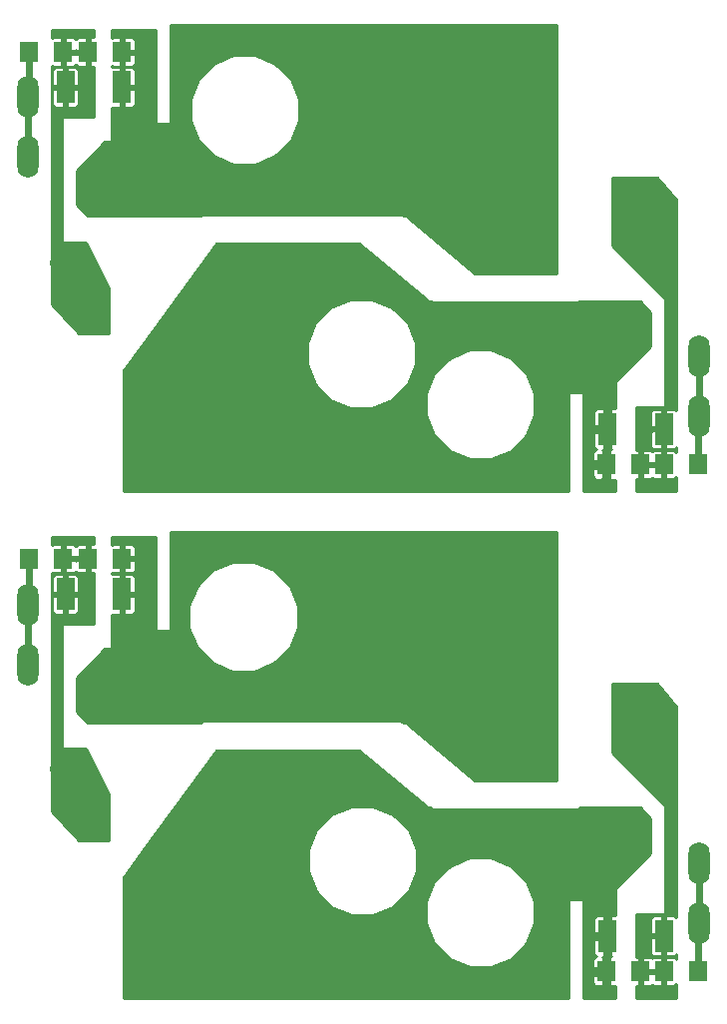
<source format=gbr>
G04 #@! TF.GenerationSoftware,KiCad,Pcbnew,(5.0.0)*
G04 #@! TF.CreationDate,2018-11-19T08:21:14+02:00*
G04 #@! TF.ProjectId,tp_x2,74705F78322E6B696361645F70636200,3*
G04 #@! TF.SameCoordinates,Original*
G04 #@! TF.FileFunction,Copper,L1,Top,Signal*
G04 #@! TF.FilePolarity,Positive*
%FSLAX46Y46*%
G04 Gerber Fmt 4.6, Leading zero omitted, Abs format (unit mm)*
G04 Created by KiCad (PCBNEW (5.0.0)) date 11/19/18 08:21:14*
%MOMM*%
%LPD*%
G01*
G04 APERTURE LIST*
G04 #@! TA.AperFunction,ComponentPad*
%ADD10O,3.600000X1.800000*%
G04 #@! TD*
G04 #@! TA.AperFunction,ComponentPad*
%ADD11C,2.800000*%
G04 #@! TD*
G04 #@! TA.AperFunction,Conductor*
%ADD12C,2.800000*%
G04 #@! TD*
G04 #@! TA.AperFunction,ComponentPad*
%ADD13O,1.800000X3.600000*%
G04 #@! TD*
G04 #@! TA.AperFunction,SMDPad,CuDef*
%ADD14R,1.500000X2.700000*%
G04 #@! TD*
G04 #@! TA.AperFunction,SMDPad,CuDef*
%ADD15R,1.500000X1.700000*%
G04 #@! TD*
G04 #@! TA.AperFunction,ComponentPad*
%ADD16C,2.499360*%
G04 #@! TD*
G04 #@! TA.AperFunction,ViaPad*
%ADD17C,2.200000*%
G04 #@! TD*
G04 #@! TA.AperFunction,Conductor*
%ADD18C,0.600000*%
G04 #@! TD*
G04 #@! TA.AperFunction,Conductor*
%ADD19C,0.254000*%
G04 #@! TD*
G04 APERTURE END LIST*
D10*
G04 #@! TO.P,X3,1*
G04 #@! TO.N,/LD1*
X109920000Y-127000000D03*
X115000000Y-127000000D03*
G04 #@! TD*
D11*
G04 #@! TO.P,V1.2,2*
G04 #@! TO.N,Net-(D4-Pad1)*
X134430862Y-106693548D03*
D12*
G04 #@! TD*
G04 #@! TO.N,Net-(D4-Pad1)*
G04 #@! TO.C,V1.2*
X135447704Y-108977412D02*
X133414020Y-104409684D01*
D11*
G04 #@! TO.P,V1.2,1*
G04 #@! TO.N,/PH1*
X123216375Y-105968774D03*
D12*
G04 #@! TD*
G04 #@! TO.N,/PH1*
G04 #@! TO.C,V1.2*
X124850292Y-103452762D02*
X121582458Y-108484786D01*
D11*
G04 #@! TO.P,V1.2,3*
G04 #@! TO.N,/LD1*
X129684811Y-115654296D03*
D12*
G04 #@! TD*
G04 #@! TO.N,/LD1*
G04 #@! TO.C,V1.2*
X132639234Y-115133351D02*
X126730388Y-116175241D01*
D11*
G04 #@! TO.P,V2.1,2*
G04 #@! TO.N,Net-(D1-Pad1)*
X86269138Y-69106452D03*
D12*
G04 #@! TD*
G04 #@! TO.N,Net-(D1-Pad1)*
G04 #@! TO.C,V2.1*
X85252296Y-66822588D02*
X87285980Y-71390316D01*
D11*
G04 #@! TO.P,V2.1,1*
G04 #@! TO.N,/LD3*
X97483625Y-69831226D03*
D12*
G04 #@! TD*
G04 #@! TO.N,/LD3*
G04 #@! TO.C,V2.1*
X95849708Y-72347238D02*
X99117542Y-67315214D01*
D11*
G04 #@! TO.P,V2.1,3*
G04 #@! TO.N,/PH3*
X91015189Y-60145704D03*
D12*
G04 #@! TD*
G04 #@! TO.N,/PH3*
G04 #@! TO.C,V2.1*
X88060766Y-60666649D02*
X93969612Y-59624759D01*
D11*
G04 #@! TO.P,V1.1,2*
G04 #@! TO.N,Net-(D3-Pad1)*
X86269138Y-112106452D03*
D12*
G04 #@! TD*
G04 #@! TO.N,Net-(D3-Pad1)*
G04 #@! TO.C,V1.1*
X85252296Y-109822588D02*
X87285980Y-114390316D01*
D11*
G04 #@! TO.P,V1.1,1*
G04 #@! TO.N,/LD1*
X97483625Y-112831226D03*
D12*
G04 #@! TD*
G04 #@! TO.N,/LD1*
G04 #@! TO.C,V1.1*
X95849708Y-115347238D02*
X99117542Y-110315214D01*
D11*
G04 #@! TO.P,V1.1,3*
G04 #@! TO.N,/PH1*
X91015189Y-103145704D03*
D12*
G04 #@! TD*
G04 #@! TO.N,/PH1*
G04 #@! TO.C,V1.1*
X88060766Y-103666649D02*
X93969612Y-102624759D01*
D11*
G04 #@! TO.P,V2.2,2*
G04 #@! TO.N,Net-(D2-Pad1)*
X134430862Y-63693548D03*
D12*
G04 #@! TD*
G04 #@! TO.N,Net-(D2-Pad1)*
G04 #@! TO.C,V2.2*
X135447704Y-65977412D02*
X133414020Y-61409684D01*
D11*
G04 #@! TO.P,V2.2,1*
G04 #@! TO.N,/PH3*
X123216375Y-62968774D03*
D12*
G04 #@! TD*
G04 #@! TO.N,/PH3*
G04 #@! TO.C,V2.2*
X124850292Y-60452762D02*
X121582458Y-65484786D01*
D11*
G04 #@! TO.P,V2.2,3*
G04 #@! TO.N,/LD3*
X129684811Y-72654296D03*
D12*
G04 #@! TD*
G04 #@! TO.N,/LD3*
G04 #@! TO.C,V2.2*
X132639234Y-72133351D02*
X126730388Y-73175241D01*
D13*
G04 #@! TO.P,X14,1*
G04 #@! TO.N,/CTRL3B*
X139000000Y-74860000D03*
X139000000Y-79940000D03*
G04 #@! TD*
G04 #@! TO.P,X17,1*
G04 #@! TO.N,/CTRL3A*
X82000000Y-52800000D03*
X82000000Y-57880000D03*
G04 #@! TD*
D10*
G04 #@! TO.P,X26,1*
G04 #@! TO.N,/PH3*
X110000000Y-59800000D03*
X104920000Y-59800000D03*
G04 #@! TD*
D14*
G04 #@! TO.P,D4,1*
G04 #@! TO.N,Net-(D4-Pad1)*
X136000000Y-124000000D03*
G04 #@! TO.P,D4,2*
G04 #@! TO.N,/LD1*
X131200000Y-124000000D03*
G04 #@! TD*
G04 #@! TO.P,D2,2*
G04 #@! TO.N,/LD3*
X131200000Y-81000000D03*
G04 #@! TO.P,D2,1*
G04 #@! TO.N,Net-(D2-Pad1)*
X136000000Y-81000000D03*
G04 #@! TD*
D13*
G04 #@! TO.P,X7,1*
G04 #@! TO.N,/CTRL1B*
X139000000Y-122940000D03*
X139000000Y-117860000D03*
G04 #@! TD*
D10*
G04 #@! TO.P,X12,1*
G04 #@! TO.N,/PH1*
X110000000Y-102800000D03*
X104920000Y-102800000D03*
G04 #@! TD*
D14*
G04 #@! TO.P,D3,2*
G04 #@! TO.N,/PH1*
X90000000Y-95000000D03*
G04 #@! TO.P,D3,1*
G04 #@! TO.N,Net-(D3-Pad1)*
X85200000Y-95000000D03*
G04 #@! TD*
D15*
G04 #@! TO.P,R6,1*
G04 #@! TO.N,/LD1*
X131100000Y-127000000D03*
G04 #@! TO.P,R6,2*
G04 #@! TO.N,Net-(D4-Pad1)*
X134000000Y-127000000D03*
G04 #@! TD*
G04 #@! TO.P,R8,1*
G04 #@! TO.N,/CTRL1B*
X138900000Y-127000000D03*
G04 #@! TO.P,R8,2*
G04 #@! TO.N,Net-(D4-Pad1)*
X136000000Y-127000000D03*
G04 #@! TD*
G04 #@! TO.P,R7,2*
G04 #@! TO.N,Net-(D3-Pad1)*
X85000000Y-92000000D03*
G04 #@! TO.P,R7,1*
G04 #@! TO.N,/CTRL1A*
X82100000Y-92000000D03*
G04 #@! TD*
G04 #@! TO.P,R9,2*
G04 #@! TO.N,Net-(D3-Pad1)*
X87100000Y-92000000D03*
G04 #@! TO.P,R9,1*
G04 #@! TO.N,/PH1*
X90000000Y-92000000D03*
G04 #@! TD*
D14*
G04 #@! TO.P,D1,1*
G04 #@! TO.N,Net-(D1-Pad1)*
X85200000Y-52000000D03*
G04 #@! TO.P,D1,2*
G04 #@! TO.N,/PH3*
X90000000Y-52000000D03*
G04 #@! TD*
D15*
G04 #@! TO.P,R4,1*
G04 #@! TO.N,/PH3*
X90000000Y-49000000D03*
G04 #@! TO.P,R4,2*
G04 #@! TO.N,Net-(D1-Pad1)*
X87100000Y-49000000D03*
G04 #@! TD*
G04 #@! TO.P,R3,2*
G04 #@! TO.N,Net-(D2-Pad1)*
X136000000Y-84000000D03*
G04 #@! TO.P,R3,1*
G04 #@! TO.N,/CTRL3B*
X138900000Y-84000000D03*
G04 #@! TD*
G04 #@! TO.P,R2,1*
G04 #@! TO.N,/CTRL3A*
X82100000Y-49000000D03*
G04 #@! TO.P,R2,2*
G04 #@! TO.N,Net-(D1-Pad1)*
X85000000Y-49000000D03*
G04 #@! TD*
G04 #@! TO.P,R1,2*
G04 #@! TO.N,Net-(D2-Pad1)*
X134000000Y-84000000D03*
G04 #@! TO.P,R1,1*
G04 #@! TO.N,/LD3*
X131100000Y-84000000D03*
G04 #@! TD*
D13*
G04 #@! TO.P,X9,1*
G04 #@! TO.N,/CTRL1A*
X82000000Y-95920000D03*
X82000000Y-101000000D03*
G04 #@! TD*
D10*
G04 #@! TO.P,X6,1*
G04 #@! TO.N,/LD3*
X115040000Y-84000000D03*
X109960000Y-84000000D03*
G04 #@! TD*
D11*
G04 #@! TO.P,X1,1*
G04 #@! TO.N,/LD1*
X103000000Y-127100000D03*
X98000000Y-127100000D03*
X93000000Y-127100000D03*
X103000000Y-120000000D03*
X98000000Y-120000000D03*
X93000000Y-120000000D03*
G04 #@! TD*
G04 #@! TO.P,X2,1*
G04 #@! TO.N,/PH1*
X114000000Y-91900000D03*
X119000000Y-91900000D03*
X124000000Y-91900000D03*
X114000000Y-99000000D03*
X119000000Y-99000000D03*
X124000000Y-99000000D03*
G04 #@! TD*
G04 #@! TO.P,X4,1*
G04 #@! TO.N,/LD3*
X103100000Y-83800000D03*
X98100000Y-83800000D03*
X93100000Y-83800000D03*
X103100000Y-76700000D03*
X98100000Y-76700000D03*
X93100000Y-76700000D03*
G04 #@! TD*
G04 #@! TO.P,X5,1*
G04 #@! TO.N,/PH3*
X114000000Y-48900000D03*
X119000000Y-48900000D03*
X124000000Y-48900000D03*
X114000000Y-56000000D03*
X119000000Y-56000000D03*
X124000000Y-56000000D03*
G04 #@! TD*
D16*
G04 #@! TO.P,H1,1*
G04 #@! TO.N,/LD1*
X111500000Y-111500000D03*
G04 #@! TD*
G04 #@! TO.P,H2,1*
G04 #@! TO.N,/PH1*
X118005382Y-107398781D03*
G04 #@! TD*
G04 #@! TO.P,H3,1*
G04 #@! TO.N,/LD3*
X111500000Y-68500000D03*
G04 #@! TD*
G04 #@! TO.P,H4,1*
G04 #@! TO.N,/PH3*
X118005382Y-64398781D03*
G04 #@! TD*
D17*
G04 #@! TO.N,/LD1*
X100500000Y-116000000D03*
X103000000Y-111500000D03*
X107000000Y-110000000D03*
X117500000Y-115500000D03*
X122500000Y-115500000D03*
X130500000Y-119000000D03*
X125500000Y-127500000D03*
G04 #@! TO.N,/PH1*
X96000000Y-92000000D03*
X105000000Y-92000000D03*
X109500000Y-94500000D03*
X108000000Y-98500000D03*
X91000000Y-100000000D03*
X96500000Y-104500000D03*
X100500000Y-103500000D03*
X116000000Y-104000000D03*
X120500000Y-103000000D03*
G04 #@! TO.N,/LD3*
X100500000Y-72500000D03*
X103000000Y-68500000D03*
X107000000Y-67500000D03*
X117500000Y-72500000D03*
X122500000Y-72500000D03*
X125500000Y-84500000D03*
X130500000Y-76000000D03*
G04 #@! TO.N,/PH3*
X91000000Y-57000000D03*
X96000000Y-49000000D03*
X105000000Y-49000000D03*
X109500000Y-51000000D03*
X108000000Y-55500000D03*
X96500000Y-61500000D03*
X100500000Y-60500000D03*
X120500000Y-59500000D03*
X116000000Y-61000000D03*
G04 #@! TD*
D18*
G04 #@! TO.N,/CTRL1A*
X82000000Y-101000000D02*
X82000000Y-96000000D01*
X82000000Y-96000000D02*
X82100000Y-95900000D01*
X82100000Y-92100000D02*
X82000000Y-92000000D01*
X82100000Y-95900000D02*
X82100000Y-92100000D01*
G04 #@! TO.N,/CTRL1B*
X138900000Y-126900000D02*
X139000000Y-127000000D01*
X139000000Y-123000000D02*
X138900000Y-123100000D01*
X138900000Y-123100000D02*
X138900000Y-126900000D01*
X139000000Y-117920000D02*
X139000000Y-123000000D01*
G04 #@! TO.N,/CTRL3A*
X82100000Y-49100000D02*
X82000000Y-49000000D01*
X82100000Y-52900000D02*
X82100000Y-49100000D01*
X82000000Y-58000000D02*
X82000000Y-53000000D01*
X82000000Y-53000000D02*
X82100000Y-52900000D01*
G04 #@! TO.N,/CTRL3B*
X139000000Y-74920000D02*
X139000000Y-80000000D01*
X138900000Y-83900000D02*
X139000000Y-84000000D01*
X139000000Y-80000000D02*
X138900000Y-80100000D01*
X138900000Y-80100000D02*
X138900000Y-83900000D01*
G04 #@! TD*
D19*
G04 #@! TO.N,/PH3*
G36*
X126873000Y-67765000D02*
X119916380Y-67765000D01*
X114081303Y-62902436D01*
X114037778Y-62878749D01*
X114000000Y-62873000D01*
X113884592Y-62873000D01*
X113786783Y-62807646D01*
X113572388Y-62765000D01*
X113500000Y-62750601D01*
X113427612Y-62765000D01*
X97072388Y-62765000D01*
X97000000Y-62750601D01*
X96927612Y-62765000D01*
X96713217Y-62807646D01*
X96615408Y-62873000D01*
X87052606Y-62873000D01*
X86127000Y-61947394D01*
X86127000Y-59052606D01*
X88552606Y-56627000D01*
X89000000Y-56627000D01*
X89048601Y-56617333D01*
X89089803Y-56589803D01*
X89117333Y-56548601D01*
X89127000Y-56500000D01*
X89127000Y-53711443D01*
X89174214Y-53731000D01*
X89777750Y-53731000D01*
X89873000Y-53635750D01*
X89873000Y-52127000D01*
X90127000Y-52127000D01*
X90127000Y-53635750D01*
X90222250Y-53731000D01*
X90825786Y-53731000D01*
X90965820Y-53672996D01*
X91072996Y-53565819D01*
X91131000Y-53425785D01*
X91131000Y-52222250D01*
X91035750Y-52127000D01*
X90127000Y-52127000D01*
X89873000Y-52127000D01*
X89853000Y-52127000D01*
X89853000Y-51873000D01*
X89873000Y-51873000D01*
X89873000Y-50364250D01*
X90127000Y-50364250D01*
X90127000Y-51873000D01*
X91035750Y-51873000D01*
X91131000Y-51777750D01*
X91131000Y-50574215D01*
X91072996Y-50434181D01*
X90965820Y-50327004D01*
X90825786Y-50269000D01*
X90222250Y-50269000D01*
X90127000Y-50364250D01*
X89873000Y-50364250D01*
X89777750Y-50269000D01*
X89174214Y-50269000D01*
X89127000Y-50288557D01*
X89127000Y-50211443D01*
X89174214Y-50231000D01*
X89777750Y-50231000D01*
X89873000Y-50135750D01*
X89873000Y-49127000D01*
X90127000Y-49127000D01*
X90127000Y-50135750D01*
X90222250Y-50231000D01*
X90825786Y-50231000D01*
X90965820Y-50172996D01*
X91072996Y-50065819D01*
X91131000Y-49925785D01*
X91131000Y-49222250D01*
X91035750Y-49127000D01*
X90127000Y-49127000D01*
X89873000Y-49127000D01*
X89853000Y-49127000D01*
X89853000Y-48873000D01*
X89873000Y-48873000D01*
X89873000Y-47864250D01*
X90127000Y-47864250D01*
X90127000Y-48873000D01*
X91035750Y-48873000D01*
X91131000Y-48777750D01*
X91131000Y-48074215D01*
X91072996Y-47934181D01*
X90965820Y-47827004D01*
X90825786Y-47769000D01*
X90222250Y-47769000D01*
X90127000Y-47864250D01*
X89873000Y-47864250D01*
X89777750Y-47769000D01*
X89174214Y-47769000D01*
X89127000Y-47788557D01*
X89127000Y-47127000D01*
X92873000Y-47127000D01*
X92873000Y-55000000D01*
X92882667Y-55048601D01*
X92910197Y-55089803D01*
X92951399Y-55117333D01*
X93000000Y-55127000D01*
X94000000Y-55127000D01*
X94048601Y-55117333D01*
X94089803Y-55089803D01*
X94117333Y-55048601D01*
X94127000Y-55000000D01*
X94127000Y-52978041D01*
X95765000Y-52978041D01*
X95765000Y-54821959D01*
X96470637Y-56525517D01*
X97774483Y-57829363D01*
X99478041Y-58535000D01*
X101321959Y-58535000D01*
X103025517Y-57829363D01*
X104329363Y-56525517D01*
X105035000Y-54821959D01*
X105035000Y-52978041D01*
X104329363Y-51274483D01*
X103025517Y-49970637D01*
X101321959Y-49265000D01*
X99478041Y-49265000D01*
X97774483Y-49970637D01*
X96470637Y-51274483D01*
X95765000Y-52978041D01*
X94127000Y-52978041D01*
X94127000Y-46735000D01*
X126873000Y-46735000D01*
X126873000Y-67765000D01*
X126873000Y-67765000D01*
G37*
X126873000Y-67765000D02*
X119916380Y-67765000D01*
X114081303Y-62902436D01*
X114037778Y-62878749D01*
X114000000Y-62873000D01*
X113884592Y-62873000D01*
X113786783Y-62807646D01*
X113572388Y-62765000D01*
X113500000Y-62750601D01*
X113427612Y-62765000D01*
X97072388Y-62765000D01*
X97000000Y-62750601D01*
X96927612Y-62765000D01*
X96713217Y-62807646D01*
X96615408Y-62873000D01*
X87052606Y-62873000D01*
X86127000Y-61947394D01*
X86127000Y-59052606D01*
X88552606Y-56627000D01*
X89000000Y-56627000D01*
X89048601Y-56617333D01*
X89089803Y-56589803D01*
X89117333Y-56548601D01*
X89127000Y-56500000D01*
X89127000Y-53711443D01*
X89174214Y-53731000D01*
X89777750Y-53731000D01*
X89873000Y-53635750D01*
X89873000Y-52127000D01*
X90127000Y-52127000D01*
X90127000Y-53635750D01*
X90222250Y-53731000D01*
X90825786Y-53731000D01*
X90965820Y-53672996D01*
X91072996Y-53565819D01*
X91131000Y-53425785D01*
X91131000Y-52222250D01*
X91035750Y-52127000D01*
X90127000Y-52127000D01*
X89873000Y-52127000D01*
X89853000Y-52127000D01*
X89853000Y-51873000D01*
X89873000Y-51873000D01*
X89873000Y-50364250D01*
X90127000Y-50364250D01*
X90127000Y-51873000D01*
X91035750Y-51873000D01*
X91131000Y-51777750D01*
X91131000Y-50574215D01*
X91072996Y-50434181D01*
X90965820Y-50327004D01*
X90825786Y-50269000D01*
X90222250Y-50269000D01*
X90127000Y-50364250D01*
X89873000Y-50364250D01*
X89777750Y-50269000D01*
X89174214Y-50269000D01*
X89127000Y-50288557D01*
X89127000Y-50211443D01*
X89174214Y-50231000D01*
X89777750Y-50231000D01*
X89873000Y-50135750D01*
X89873000Y-49127000D01*
X90127000Y-49127000D01*
X90127000Y-50135750D01*
X90222250Y-50231000D01*
X90825786Y-50231000D01*
X90965820Y-50172996D01*
X91072996Y-50065819D01*
X91131000Y-49925785D01*
X91131000Y-49222250D01*
X91035750Y-49127000D01*
X90127000Y-49127000D01*
X89873000Y-49127000D01*
X89853000Y-49127000D01*
X89853000Y-48873000D01*
X89873000Y-48873000D01*
X89873000Y-47864250D01*
X90127000Y-47864250D01*
X90127000Y-48873000D01*
X91035750Y-48873000D01*
X91131000Y-48777750D01*
X91131000Y-48074215D01*
X91072996Y-47934181D01*
X90965820Y-47827004D01*
X90825786Y-47769000D01*
X90222250Y-47769000D01*
X90127000Y-47864250D01*
X89873000Y-47864250D01*
X89777750Y-47769000D01*
X89174214Y-47769000D01*
X89127000Y-47788557D01*
X89127000Y-47127000D01*
X92873000Y-47127000D01*
X92873000Y-55000000D01*
X92882667Y-55048601D01*
X92910197Y-55089803D01*
X92951399Y-55117333D01*
X93000000Y-55127000D01*
X94000000Y-55127000D01*
X94048601Y-55117333D01*
X94089803Y-55089803D01*
X94117333Y-55048601D01*
X94127000Y-55000000D01*
X94127000Y-52978041D01*
X95765000Y-52978041D01*
X95765000Y-54821959D01*
X96470637Y-56525517D01*
X97774483Y-57829363D01*
X99478041Y-58535000D01*
X101321959Y-58535000D01*
X103025517Y-57829363D01*
X104329363Y-56525517D01*
X105035000Y-54821959D01*
X105035000Y-52978041D01*
X104329363Y-51274483D01*
X103025517Y-49970637D01*
X101321959Y-49265000D01*
X99478041Y-49265000D01*
X97774483Y-49970637D01*
X96470637Y-51274483D01*
X95765000Y-52978041D01*
X94127000Y-52978041D01*
X94127000Y-46735000D01*
X126873000Y-46735000D01*
X126873000Y-67765000D01*
G04 #@! TO.N,/LD3*
G36*
X115918697Y-70097564D02*
X115962222Y-70121251D01*
X116000000Y-70127000D01*
X116115408Y-70127000D01*
X116213217Y-70192354D01*
X116500000Y-70249399D01*
X116572388Y-70235000D01*
X128427612Y-70235000D01*
X128500000Y-70249399D01*
X128572388Y-70235000D01*
X128786783Y-70192354D01*
X128884592Y-70127000D01*
X133947394Y-70127000D01*
X134873000Y-71052606D01*
X134873000Y-73947394D01*
X131910197Y-76910197D01*
X131882667Y-76951399D01*
X131873000Y-77000000D01*
X131873000Y-79223000D01*
X131579750Y-79223000D01*
X131473000Y-79329750D01*
X131473000Y-80727000D01*
X131493000Y-80727000D01*
X131493000Y-81273000D01*
X131473000Y-81273000D01*
X131473000Y-82670250D01*
X131525750Y-82723000D01*
X131479750Y-82723000D01*
X131373000Y-82829750D01*
X131373000Y-83727000D01*
X131393000Y-83727000D01*
X131393000Y-84273000D01*
X131373000Y-84273000D01*
X131373000Y-85170250D01*
X131479750Y-85277000D01*
X131873000Y-85277000D01*
X131873000Y-86265000D01*
X129127000Y-86265000D01*
X129127000Y-84379750D01*
X129923000Y-84379750D01*
X129923000Y-84934936D01*
X129988007Y-85091876D01*
X130108124Y-85211993D01*
X130265065Y-85277000D01*
X130720250Y-85277000D01*
X130827000Y-85170250D01*
X130827000Y-84273000D01*
X130029750Y-84273000D01*
X129923000Y-84379750D01*
X129127000Y-84379750D01*
X129127000Y-83065064D01*
X129923000Y-83065064D01*
X129923000Y-83620250D01*
X130029750Y-83727000D01*
X130827000Y-83727000D01*
X130827000Y-82829750D01*
X130774250Y-82777000D01*
X130820250Y-82777000D01*
X130927000Y-82670250D01*
X130927000Y-81273000D01*
X130129750Y-81273000D01*
X130023000Y-81379750D01*
X130023000Y-82434936D01*
X130088007Y-82591876D01*
X130208124Y-82711993D01*
X130249881Y-82729289D01*
X130108124Y-82788007D01*
X129988007Y-82908124D01*
X129923000Y-83065064D01*
X129127000Y-83065064D01*
X129127000Y-79565064D01*
X130023000Y-79565064D01*
X130023000Y-80620250D01*
X130129750Y-80727000D01*
X130927000Y-80727000D01*
X130927000Y-79329750D01*
X130820250Y-79223000D01*
X130365065Y-79223000D01*
X130208124Y-79288007D01*
X130088007Y-79408124D01*
X130023000Y-79565064D01*
X129127000Y-79565064D01*
X129127000Y-78000000D01*
X129117333Y-77951399D01*
X129089803Y-77910197D01*
X129048601Y-77882667D01*
X129000000Y-77873000D01*
X128000000Y-77873000D01*
X127951399Y-77882667D01*
X127910197Y-77910197D01*
X127882667Y-77951399D01*
X127873000Y-78000000D01*
X127873000Y-86265000D01*
X90127000Y-86265000D01*
X90127000Y-76041298D01*
X91845732Y-73678041D01*
X105665000Y-73678041D01*
X105665000Y-75521959D01*
X106370637Y-77225517D01*
X107674483Y-78529363D01*
X109378041Y-79235000D01*
X111221959Y-79235000D01*
X112925517Y-78529363D01*
X113476839Y-77978041D01*
X115765000Y-77978041D01*
X115765000Y-79821959D01*
X116470637Y-81525517D01*
X117774483Y-82829363D01*
X119478041Y-83535000D01*
X121321959Y-83535000D01*
X123025517Y-82829363D01*
X124329363Y-81525517D01*
X125035000Y-79821959D01*
X125035000Y-77978041D01*
X124329363Y-76274483D01*
X123025517Y-74970637D01*
X121321959Y-74265000D01*
X119478041Y-74265000D01*
X117774483Y-74970637D01*
X116470637Y-76274483D01*
X115765000Y-77978041D01*
X113476839Y-77978041D01*
X114229363Y-77225517D01*
X114935000Y-75521959D01*
X114935000Y-73678041D01*
X114229363Y-71974483D01*
X112925517Y-70670637D01*
X111221959Y-69965000D01*
X109378041Y-69965000D01*
X107674483Y-70670637D01*
X106370637Y-71974483D01*
X105665000Y-73678041D01*
X91845732Y-73678041D01*
X97986126Y-65235000D01*
X110083620Y-65235000D01*
X115918697Y-70097564D01*
X115918697Y-70097564D01*
G37*
X115918697Y-70097564D02*
X115962222Y-70121251D01*
X116000000Y-70127000D01*
X116115408Y-70127000D01*
X116213217Y-70192354D01*
X116500000Y-70249399D01*
X116572388Y-70235000D01*
X128427612Y-70235000D01*
X128500000Y-70249399D01*
X128572388Y-70235000D01*
X128786783Y-70192354D01*
X128884592Y-70127000D01*
X133947394Y-70127000D01*
X134873000Y-71052606D01*
X134873000Y-73947394D01*
X131910197Y-76910197D01*
X131882667Y-76951399D01*
X131873000Y-77000000D01*
X131873000Y-79223000D01*
X131579750Y-79223000D01*
X131473000Y-79329750D01*
X131473000Y-80727000D01*
X131493000Y-80727000D01*
X131493000Y-81273000D01*
X131473000Y-81273000D01*
X131473000Y-82670250D01*
X131525750Y-82723000D01*
X131479750Y-82723000D01*
X131373000Y-82829750D01*
X131373000Y-83727000D01*
X131393000Y-83727000D01*
X131393000Y-84273000D01*
X131373000Y-84273000D01*
X131373000Y-85170250D01*
X131479750Y-85277000D01*
X131873000Y-85277000D01*
X131873000Y-86265000D01*
X129127000Y-86265000D01*
X129127000Y-84379750D01*
X129923000Y-84379750D01*
X129923000Y-84934936D01*
X129988007Y-85091876D01*
X130108124Y-85211993D01*
X130265065Y-85277000D01*
X130720250Y-85277000D01*
X130827000Y-85170250D01*
X130827000Y-84273000D01*
X130029750Y-84273000D01*
X129923000Y-84379750D01*
X129127000Y-84379750D01*
X129127000Y-83065064D01*
X129923000Y-83065064D01*
X129923000Y-83620250D01*
X130029750Y-83727000D01*
X130827000Y-83727000D01*
X130827000Y-82829750D01*
X130774250Y-82777000D01*
X130820250Y-82777000D01*
X130927000Y-82670250D01*
X130927000Y-81273000D01*
X130129750Y-81273000D01*
X130023000Y-81379750D01*
X130023000Y-82434936D01*
X130088007Y-82591876D01*
X130208124Y-82711993D01*
X130249881Y-82729289D01*
X130108124Y-82788007D01*
X129988007Y-82908124D01*
X129923000Y-83065064D01*
X129127000Y-83065064D01*
X129127000Y-79565064D01*
X130023000Y-79565064D01*
X130023000Y-80620250D01*
X130129750Y-80727000D01*
X130927000Y-80727000D01*
X130927000Y-79329750D01*
X130820250Y-79223000D01*
X130365065Y-79223000D01*
X130208124Y-79288007D01*
X130088007Y-79408124D01*
X130023000Y-79565064D01*
X129127000Y-79565064D01*
X129127000Y-78000000D01*
X129117333Y-77951399D01*
X129089803Y-77910197D01*
X129048601Y-77882667D01*
X129000000Y-77873000D01*
X128000000Y-77873000D01*
X127951399Y-77882667D01*
X127910197Y-77910197D01*
X127882667Y-77951399D01*
X127873000Y-78000000D01*
X127873000Y-86265000D01*
X90127000Y-86265000D01*
X90127000Y-76041298D01*
X91845732Y-73678041D01*
X105665000Y-73678041D01*
X105665000Y-75521959D01*
X106370637Y-77225517D01*
X107674483Y-78529363D01*
X109378041Y-79235000D01*
X111221959Y-79235000D01*
X112925517Y-78529363D01*
X113476839Y-77978041D01*
X115765000Y-77978041D01*
X115765000Y-79821959D01*
X116470637Y-81525517D01*
X117774483Y-82829363D01*
X119478041Y-83535000D01*
X121321959Y-83535000D01*
X123025517Y-82829363D01*
X124329363Y-81525517D01*
X125035000Y-79821959D01*
X125035000Y-77978041D01*
X124329363Y-76274483D01*
X123025517Y-74970637D01*
X121321959Y-74265000D01*
X119478041Y-74265000D01*
X117774483Y-74970637D01*
X116470637Y-76274483D01*
X115765000Y-77978041D01*
X113476839Y-77978041D01*
X114229363Y-77225517D01*
X114935000Y-75521959D01*
X114935000Y-73678041D01*
X114229363Y-71974483D01*
X112925517Y-70670637D01*
X111221959Y-69965000D01*
X109378041Y-69965000D01*
X107674483Y-70670637D01*
X106370637Y-71974483D01*
X105665000Y-73678041D01*
X91845732Y-73678041D01*
X97986126Y-65235000D01*
X110083620Y-65235000D01*
X115918697Y-70097564D01*
G04 #@! TO.N,Net-(D1-Pad1)*
G36*
X87573000Y-47769000D02*
X87322250Y-47769000D01*
X87227000Y-47864250D01*
X87227000Y-48873000D01*
X87247000Y-48873000D01*
X87247000Y-49127000D01*
X87227000Y-49127000D01*
X87227000Y-50135750D01*
X87322250Y-50231000D01*
X87573000Y-50231000D01*
X87573000Y-54473000D01*
X85000000Y-54473000D01*
X84951399Y-54482667D01*
X84910197Y-54510197D01*
X84882667Y-54551399D01*
X84873000Y-54600000D01*
X84873000Y-65000000D01*
X84882667Y-65048601D01*
X84910197Y-65089803D01*
X84951399Y-65117333D01*
X85000000Y-65127000D01*
X86921510Y-65127000D01*
X88873000Y-69029980D01*
X88873000Y-72873000D01*
X86304921Y-72873000D01*
X84027000Y-70449680D01*
X84027000Y-52222250D01*
X84069000Y-52222250D01*
X84069000Y-53425785D01*
X84127004Y-53565819D01*
X84234180Y-53672996D01*
X84374214Y-53731000D01*
X84977750Y-53731000D01*
X85073000Y-53635750D01*
X85073000Y-52127000D01*
X85327000Y-52127000D01*
X85327000Y-53635750D01*
X85422250Y-53731000D01*
X86025786Y-53731000D01*
X86165820Y-53672996D01*
X86272996Y-53565819D01*
X86331000Y-53425785D01*
X86331000Y-52222250D01*
X86235750Y-52127000D01*
X85327000Y-52127000D01*
X85073000Y-52127000D01*
X84164250Y-52127000D01*
X84069000Y-52222250D01*
X84027000Y-52222250D01*
X84027000Y-50574215D01*
X84069000Y-50574215D01*
X84069000Y-51777750D01*
X84164250Y-51873000D01*
X85073000Y-51873000D01*
X85073000Y-50364250D01*
X85327000Y-50364250D01*
X85327000Y-51873000D01*
X86235750Y-51873000D01*
X86331000Y-51777750D01*
X86331000Y-50574215D01*
X86272996Y-50434181D01*
X86165820Y-50327004D01*
X86025786Y-50269000D01*
X85422250Y-50269000D01*
X85327000Y-50364250D01*
X85073000Y-50364250D01*
X84977750Y-50269000D01*
X84374214Y-50269000D01*
X84234180Y-50327004D01*
X84127004Y-50434181D01*
X84069000Y-50574215D01*
X84027000Y-50574215D01*
X84027000Y-50165816D01*
X84034180Y-50172996D01*
X84174214Y-50231000D01*
X84777750Y-50231000D01*
X84873000Y-50135750D01*
X84873000Y-49127000D01*
X85127000Y-49127000D01*
X85127000Y-50135750D01*
X85222250Y-50231000D01*
X85825786Y-50231000D01*
X85965820Y-50172996D01*
X86050000Y-50088815D01*
X86134180Y-50172996D01*
X86274214Y-50231000D01*
X86877750Y-50231000D01*
X86973000Y-50135750D01*
X86973000Y-49127000D01*
X86064250Y-49127000D01*
X86050000Y-49141250D01*
X86035750Y-49127000D01*
X85127000Y-49127000D01*
X84873000Y-49127000D01*
X84853000Y-49127000D01*
X84853000Y-48873000D01*
X84873000Y-48873000D01*
X84873000Y-47864250D01*
X85127000Y-47864250D01*
X85127000Y-48873000D01*
X86035750Y-48873000D01*
X86050000Y-48858750D01*
X86064250Y-48873000D01*
X86973000Y-48873000D01*
X86973000Y-47864250D01*
X86877750Y-47769000D01*
X86274214Y-47769000D01*
X86134180Y-47827004D01*
X86050000Y-47911185D01*
X85965820Y-47827004D01*
X85825786Y-47769000D01*
X85222250Y-47769000D01*
X85127000Y-47864250D01*
X84873000Y-47864250D01*
X84777750Y-47769000D01*
X84174214Y-47769000D01*
X84034180Y-47827004D01*
X84027000Y-47834184D01*
X84027000Y-47127000D01*
X87573000Y-47127000D01*
X87573000Y-47769000D01*
X87573000Y-47769000D01*
G37*
X87573000Y-47769000D02*
X87322250Y-47769000D01*
X87227000Y-47864250D01*
X87227000Y-48873000D01*
X87247000Y-48873000D01*
X87247000Y-49127000D01*
X87227000Y-49127000D01*
X87227000Y-50135750D01*
X87322250Y-50231000D01*
X87573000Y-50231000D01*
X87573000Y-54473000D01*
X85000000Y-54473000D01*
X84951399Y-54482667D01*
X84910197Y-54510197D01*
X84882667Y-54551399D01*
X84873000Y-54600000D01*
X84873000Y-65000000D01*
X84882667Y-65048601D01*
X84910197Y-65089803D01*
X84951399Y-65117333D01*
X85000000Y-65127000D01*
X86921510Y-65127000D01*
X88873000Y-69029980D01*
X88873000Y-72873000D01*
X86304921Y-72873000D01*
X84027000Y-70449680D01*
X84027000Y-52222250D01*
X84069000Y-52222250D01*
X84069000Y-53425785D01*
X84127004Y-53565819D01*
X84234180Y-53672996D01*
X84374214Y-53731000D01*
X84977750Y-53731000D01*
X85073000Y-53635750D01*
X85073000Y-52127000D01*
X85327000Y-52127000D01*
X85327000Y-53635750D01*
X85422250Y-53731000D01*
X86025786Y-53731000D01*
X86165820Y-53672996D01*
X86272996Y-53565819D01*
X86331000Y-53425785D01*
X86331000Y-52222250D01*
X86235750Y-52127000D01*
X85327000Y-52127000D01*
X85073000Y-52127000D01*
X84164250Y-52127000D01*
X84069000Y-52222250D01*
X84027000Y-52222250D01*
X84027000Y-50574215D01*
X84069000Y-50574215D01*
X84069000Y-51777750D01*
X84164250Y-51873000D01*
X85073000Y-51873000D01*
X85073000Y-50364250D01*
X85327000Y-50364250D01*
X85327000Y-51873000D01*
X86235750Y-51873000D01*
X86331000Y-51777750D01*
X86331000Y-50574215D01*
X86272996Y-50434181D01*
X86165820Y-50327004D01*
X86025786Y-50269000D01*
X85422250Y-50269000D01*
X85327000Y-50364250D01*
X85073000Y-50364250D01*
X84977750Y-50269000D01*
X84374214Y-50269000D01*
X84234180Y-50327004D01*
X84127004Y-50434181D01*
X84069000Y-50574215D01*
X84027000Y-50574215D01*
X84027000Y-50165816D01*
X84034180Y-50172996D01*
X84174214Y-50231000D01*
X84777750Y-50231000D01*
X84873000Y-50135750D01*
X84873000Y-49127000D01*
X85127000Y-49127000D01*
X85127000Y-50135750D01*
X85222250Y-50231000D01*
X85825786Y-50231000D01*
X85965820Y-50172996D01*
X86050000Y-50088815D01*
X86134180Y-50172996D01*
X86274214Y-50231000D01*
X86877750Y-50231000D01*
X86973000Y-50135750D01*
X86973000Y-49127000D01*
X86064250Y-49127000D01*
X86050000Y-49141250D01*
X86035750Y-49127000D01*
X85127000Y-49127000D01*
X84873000Y-49127000D01*
X84853000Y-49127000D01*
X84853000Y-48873000D01*
X84873000Y-48873000D01*
X84873000Y-47864250D01*
X85127000Y-47864250D01*
X85127000Y-48873000D01*
X86035750Y-48873000D01*
X86050000Y-48858750D01*
X86064250Y-48873000D01*
X86973000Y-48873000D01*
X86973000Y-47864250D01*
X86877750Y-47769000D01*
X86274214Y-47769000D01*
X86134180Y-47827004D01*
X86050000Y-47911185D01*
X85965820Y-47827004D01*
X85825786Y-47769000D01*
X85222250Y-47769000D01*
X85127000Y-47864250D01*
X84873000Y-47864250D01*
X84777750Y-47769000D01*
X84174214Y-47769000D01*
X84034180Y-47827004D01*
X84027000Y-47834184D01*
X84027000Y-47127000D01*
X87573000Y-47127000D01*
X87573000Y-47769000D01*
G04 #@! TO.N,Net-(D2-Pad1)*
G36*
X137073000Y-61546682D02*
X137073000Y-79434191D01*
X137072996Y-79434181D01*
X136965820Y-79327004D01*
X136825786Y-79269000D01*
X136222250Y-79269000D01*
X136127000Y-79364250D01*
X136127000Y-80873000D01*
X136147000Y-80873000D01*
X136147000Y-81127000D01*
X136127000Y-81127000D01*
X136127000Y-82635750D01*
X136222250Y-82731000D01*
X136825786Y-82731000D01*
X136965820Y-82672996D01*
X137072996Y-82565819D01*
X137073000Y-82565809D01*
X137073000Y-82934191D01*
X137072996Y-82934181D01*
X136965820Y-82827004D01*
X136825786Y-82769000D01*
X136222250Y-82769000D01*
X136127000Y-82864250D01*
X136127000Y-83873000D01*
X136147000Y-83873000D01*
X136147000Y-84127000D01*
X136127000Y-84127000D01*
X136127000Y-85135750D01*
X136222250Y-85231000D01*
X136825786Y-85231000D01*
X136965820Y-85172996D01*
X137072996Y-85065819D01*
X137073000Y-85065809D01*
X137073000Y-86265000D01*
X133627000Y-86265000D01*
X133627000Y-85231000D01*
X133777750Y-85231000D01*
X133873000Y-85135750D01*
X133873000Y-84127000D01*
X134127000Y-84127000D01*
X134127000Y-85135750D01*
X134222250Y-85231000D01*
X134825786Y-85231000D01*
X134965820Y-85172996D01*
X135000000Y-85138816D01*
X135034180Y-85172996D01*
X135174214Y-85231000D01*
X135777750Y-85231000D01*
X135873000Y-85135750D01*
X135873000Y-84127000D01*
X134127000Y-84127000D01*
X133873000Y-84127000D01*
X133853000Y-84127000D01*
X133853000Y-83873000D01*
X133873000Y-83873000D01*
X133873000Y-82864250D01*
X134127000Y-82864250D01*
X134127000Y-83873000D01*
X135873000Y-83873000D01*
X135873000Y-82864250D01*
X135777750Y-82769000D01*
X135174214Y-82769000D01*
X135034180Y-82827004D01*
X135000000Y-82861184D01*
X134965820Y-82827004D01*
X134825786Y-82769000D01*
X134222250Y-82769000D01*
X134127000Y-82864250D01*
X133873000Y-82864250D01*
X133777750Y-82769000D01*
X133627000Y-82769000D01*
X133627000Y-81222250D01*
X134869000Y-81222250D01*
X134869000Y-82425785D01*
X134927004Y-82565819D01*
X135034180Y-82672996D01*
X135174214Y-82731000D01*
X135777750Y-82731000D01*
X135873000Y-82635750D01*
X135873000Y-81127000D01*
X134964250Y-81127000D01*
X134869000Y-81222250D01*
X133627000Y-81222250D01*
X133627000Y-79574215D01*
X134869000Y-79574215D01*
X134869000Y-80777750D01*
X134964250Y-80873000D01*
X135873000Y-80873000D01*
X135873000Y-79364250D01*
X135777750Y-79269000D01*
X135174214Y-79269000D01*
X135034180Y-79327004D01*
X134927004Y-79434181D01*
X134869000Y-79574215D01*
X133627000Y-79574215D01*
X133627000Y-79127000D01*
X136000000Y-79127000D01*
X136048601Y-79117333D01*
X136089803Y-79089803D01*
X136117333Y-79048601D01*
X136127000Y-79000000D01*
X136127000Y-70000000D01*
X136117333Y-69951399D01*
X136089803Y-69910197D01*
X131627000Y-65447394D01*
X131627000Y-59627000D01*
X135441271Y-59627000D01*
X137073000Y-61546682D01*
X137073000Y-61546682D01*
G37*
X137073000Y-61546682D02*
X137073000Y-79434191D01*
X137072996Y-79434181D01*
X136965820Y-79327004D01*
X136825786Y-79269000D01*
X136222250Y-79269000D01*
X136127000Y-79364250D01*
X136127000Y-80873000D01*
X136147000Y-80873000D01*
X136147000Y-81127000D01*
X136127000Y-81127000D01*
X136127000Y-82635750D01*
X136222250Y-82731000D01*
X136825786Y-82731000D01*
X136965820Y-82672996D01*
X137072996Y-82565819D01*
X137073000Y-82565809D01*
X137073000Y-82934191D01*
X137072996Y-82934181D01*
X136965820Y-82827004D01*
X136825786Y-82769000D01*
X136222250Y-82769000D01*
X136127000Y-82864250D01*
X136127000Y-83873000D01*
X136147000Y-83873000D01*
X136147000Y-84127000D01*
X136127000Y-84127000D01*
X136127000Y-85135750D01*
X136222250Y-85231000D01*
X136825786Y-85231000D01*
X136965820Y-85172996D01*
X137072996Y-85065819D01*
X137073000Y-85065809D01*
X137073000Y-86265000D01*
X133627000Y-86265000D01*
X133627000Y-85231000D01*
X133777750Y-85231000D01*
X133873000Y-85135750D01*
X133873000Y-84127000D01*
X134127000Y-84127000D01*
X134127000Y-85135750D01*
X134222250Y-85231000D01*
X134825786Y-85231000D01*
X134965820Y-85172996D01*
X135000000Y-85138816D01*
X135034180Y-85172996D01*
X135174214Y-85231000D01*
X135777750Y-85231000D01*
X135873000Y-85135750D01*
X135873000Y-84127000D01*
X134127000Y-84127000D01*
X133873000Y-84127000D01*
X133853000Y-84127000D01*
X133853000Y-83873000D01*
X133873000Y-83873000D01*
X133873000Y-82864250D01*
X134127000Y-82864250D01*
X134127000Y-83873000D01*
X135873000Y-83873000D01*
X135873000Y-82864250D01*
X135777750Y-82769000D01*
X135174214Y-82769000D01*
X135034180Y-82827004D01*
X135000000Y-82861184D01*
X134965820Y-82827004D01*
X134825786Y-82769000D01*
X134222250Y-82769000D01*
X134127000Y-82864250D01*
X133873000Y-82864250D01*
X133777750Y-82769000D01*
X133627000Y-82769000D01*
X133627000Y-81222250D01*
X134869000Y-81222250D01*
X134869000Y-82425785D01*
X134927004Y-82565819D01*
X135034180Y-82672996D01*
X135174214Y-82731000D01*
X135777750Y-82731000D01*
X135873000Y-82635750D01*
X135873000Y-81127000D01*
X134964250Y-81127000D01*
X134869000Y-81222250D01*
X133627000Y-81222250D01*
X133627000Y-79574215D01*
X134869000Y-79574215D01*
X134869000Y-80777750D01*
X134964250Y-80873000D01*
X135873000Y-80873000D01*
X135873000Y-79364250D01*
X135777750Y-79269000D01*
X135174214Y-79269000D01*
X135034180Y-79327004D01*
X134927004Y-79434181D01*
X134869000Y-79574215D01*
X133627000Y-79574215D01*
X133627000Y-79127000D01*
X136000000Y-79127000D01*
X136048601Y-79117333D01*
X136089803Y-79089803D01*
X136117333Y-79048601D01*
X136127000Y-79000000D01*
X136127000Y-70000000D01*
X136117333Y-69951399D01*
X136089803Y-69910197D01*
X131627000Y-65447394D01*
X131627000Y-59627000D01*
X135441271Y-59627000D01*
X137073000Y-61546682D01*
G04 #@! TO.N,Net-(D3-Pad1)*
G36*
X87573000Y-90769000D02*
X87322250Y-90769000D01*
X87227000Y-90864250D01*
X87227000Y-91873000D01*
X87247000Y-91873000D01*
X87247000Y-92127000D01*
X87227000Y-92127000D01*
X87227000Y-93135750D01*
X87322250Y-93231000D01*
X87573000Y-93231000D01*
X87573000Y-97473000D01*
X85000000Y-97473000D01*
X84951399Y-97482667D01*
X84910197Y-97510197D01*
X84882667Y-97551399D01*
X84873000Y-97600000D01*
X84873000Y-108000000D01*
X84882667Y-108048601D01*
X84910197Y-108089803D01*
X84951399Y-108117333D01*
X85000000Y-108127000D01*
X86921510Y-108127000D01*
X88873000Y-112029980D01*
X88873000Y-115873000D01*
X86304921Y-115873000D01*
X84027000Y-113449680D01*
X84027000Y-95222250D01*
X84069000Y-95222250D01*
X84069000Y-96425785D01*
X84127004Y-96565819D01*
X84234180Y-96672996D01*
X84374214Y-96731000D01*
X84977750Y-96731000D01*
X85073000Y-96635750D01*
X85073000Y-95127000D01*
X85327000Y-95127000D01*
X85327000Y-96635750D01*
X85422250Y-96731000D01*
X86025786Y-96731000D01*
X86165820Y-96672996D01*
X86272996Y-96565819D01*
X86331000Y-96425785D01*
X86331000Y-95222250D01*
X86235750Y-95127000D01*
X85327000Y-95127000D01*
X85073000Y-95127000D01*
X84164250Y-95127000D01*
X84069000Y-95222250D01*
X84027000Y-95222250D01*
X84027000Y-93574215D01*
X84069000Y-93574215D01*
X84069000Y-94777750D01*
X84164250Y-94873000D01*
X85073000Y-94873000D01*
X85073000Y-93364250D01*
X85327000Y-93364250D01*
X85327000Y-94873000D01*
X86235750Y-94873000D01*
X86331000Y-94777750D01*
X86331000Y-93574215D01*
X86272996Y-93434181D01*
X86165820Y-93327004D01*
X86025786Y-93269000D01*
X85422250Y-93269000D01*
X85327000Y-93364250D01*
X85073000Y-93364250D01*
X84977750Y-93269000D01*
X84374214Y-93269000D01*
X84234180Y-93327004D01*
X84127004Y-93434181D01*
X84069000Y-93574215D01*
X84027000Y-93574215D01*
X84027000Y-93165816D01*
X84034180Y-93172996D01*
X84174214Y-93231000D01*
X84777750Y-93231000D01*
X84873000Y-93135750D01*
X84873000Y-92127000D01*
X85127000Y-92127000D01*
X85127000Y-93135750D01*
X85222250Y-93231000D01*
X85825786Y-93231000D01*
X85965820Y-93172996D01*
X86050000Y-93088815D01*
X86134180Y-93172996D01*
X86274214Y-93231000D01*
X86877750Y-93231000D01*
X86973000Y-93135750D01*
X86973000Y-92127000D01*
X86064250Y-92127000D01*
X86050000Y-92141250D01*
X86035750Y-92127000D01*
X85127000Y-92127000D01*
X84873000Y-92127000D01*
X84853000Y-92127000D01*
X84853000Y-91873000D01*
X84873000Y-91873000D01*
X84873000Y-90864250D01*
X85127000Y-90864250D01*
X85127000Y-91873000D01*
X86035750Y-91873000D01*
X86050000Y-91858750D01*
X86064250Y-91873000D01*
X86973000Y-91873000D01*
X86973000Y-90864250D01*
X86877750Y-90769000D01*
X86274214Y-90769000D01*
X86134180Y-90827004D01*
X86050000Y-90911185D01*
X85965820Y-90827004D01*
X85825786Y-90769000D01*
X85222250Y-90769000D01*
X85127000Y-90864250D01*
X84873000Y-90864250D01*
X84777750Y-90769000D01*
X84174214Y-90769000D01*
X84034180Y-90827004D01*
X84027000Y-90834184D01*
X84027000Y-90127000D01*
X87573000Y-90127000D01*
X87573000Y-90769000D01*
X87573000Y-90769000D01*
G37*
X87573000Y-90769000D02*
X87322250Y-90769000D01*
X87227000Y-90864250D01*
X87227000Y-91873000D01*
X87247000Y-91873000D01*
X87247000Y-92127000D01*
X87227000Y-92127000D01*
X87227000Y-93135750D01*
X87322250Y-93231000D01*
X87573000Y-93231000D01*
X87573000Y-97473000D01*
X85000000Y-97473000D01*
X84951399Y-97482667D01*
X84910197Y-97510197D01*
X84882667Y-97551399D01*
X84873000Y-97600000D01*
X84873000Y-108000000D01*
X84882667Y-108048601D01*
X84910197Y-108089803D01*
X84951399Y-108117333D01*
X85000000Y-108127000D01*
X86921510Y-108127000D01*
X88873000Y-112029980D01*
X88873000Y-115873000D01*
X86304921Y-115873000D01*
X84027000Y-113449680D01*
X84027000Y-95222250D01*
X84069000Y-95222250D01*
X84069000Y-96425785D01*
X84127004Y-96565819D01*
X84234180Y-96672996D01*
X84374214Y-96731000D01*
X84977750Y-96731000D01*
X85073000Y-96635750D01*
X85073000Y-95127000D01*
X85327000Y-95127000D01*
X85327000Y-96635750D01*
X85422250Y-96731000D01*
X86025786Y-96731000D01*
X86165820Y-96672996D01*
X86272996Y-96565819D01*
X86331000Y-96425785D01*
X86331000Y-95222250D01*
X86235750Y-95127000D01*
X85327000Y-95127000D01*
X85073000Y-95127000D01*
X84164250Y-95127000D01*
X84069000Y-95222250D01*
X84027000Y-95222250D01*
X84027000Y-93574215D01*
X84069000Y-93574215D01*
X84069000Y-94777750D01*
X84164250Y-94873000D01*
X85073000Y-94873000D01*
X85073000Y-93364250D01*
X85327000Y-93364250D01*
X85327000Y-94873000D01*
X86235750Y-94873000D01*
X86331000Y-94777750D01*
X86331000Y-93574215D01*
X86272996Y-93434181D01*
X86165820Y-93327004D01*
X86025786Y-93269000D01*
X85422250Y-93269000D01*
X85327000Y-93364250D01*
X85073000Y-93364250D01*
X84977750Y-93269000D01*
X84374214Y-93269000D01*
X84234180Y-93327004D01*
X84127004Y-93434181D01*
X84069000Y-93574215D01*
X84027000Y-93574215D01*
X84027000Y-93165816D01*
X84034180Y-93172996D01*
X84174214Y-93231000D01*
X84777750Y-93231000D01*
X84873000Y-93135750D01*
X84873000Y-92127000D01*
X85127000Y-92127000D01*
X85127000Y-93135750D01*
X85222250Y-93231000D01*
X85825786Y-93231000D01*
X85965820Y-93172996D01*
X86050000Y-93088815D01*
X86134180Y-93172996D01*
X86274214Y-93231000D01*
X86877750Y-93231000D01*
X86973000Y-93135750D01*
X86973000Y-92127000D01*
X86064250Y-92127000D01*
X86050000Y-92141250D01*
X86035750Y-92127000D01*
X85127000Y-92127000D01*
X84873000Y-92127000D01*
X84853000Y-92127000D01*
X84853000Y-91873000D01*
X84873000Y-91873000D01*
X84873000Y-90864250D01*
X85127000Y-90864250D01*
X85127000Y-91873000D01*
X86035750Y-91873000D01*
X86050000Y-91858750D01*
X86064250Y-91873000D01*
X86973000Y-91873000D01*
X86973000Y-90864250D01*
X86877750Y-90769000D01*
X86274214Y-90769000D01*
X86134180Y-90827004D01*
X86050000Y-90911185D01*
X85965820Y-90827004D01*
X85825786Y-90769000D01*
X85222250Y-90769000D01*
X85127000Y-90864250D01*
X84873000Y-90864250D01*
X84777750Y-90769000D01*
X84174214Y-90769000D01*
X84034180Y-90827004D01*
X84027000Y-90834184D01*
X84027000Y-90127000D01*
X87573000Y-90127000D01*
X87573000Y-90769000D01*
G04 #@! TO.N,/PH1*
G36*
X126873000Y-110765000D02*
X119916380Y-110765000D01*
X114081303Y-105902436D01*
X114037778Y-105878749D01*
X114000000Y-105873000D01*
X113884592Y-105873000D01*
X113786783Y-105807646D01*
X113572388Y-105765000D01*
X113500000Y-105750601D01*
X113427612Y-105765000D01*
X97072388Y-105765000D01*
X97000000Y-105750601D01*
X96927612Y-105765000D01*
X96713217Y-105807646D01*
X96615408Y-105873000D01*
X87052606Y-105873000D01*
X86127000Y-104947394D01*
X86127000Y-102052606D01*
X88552606Y-99627000D01*
X89000000Y-99627000D01*
X89048601Y-99617333D01*
X89089803Y-99589803D01*
X89117333Y-99548601D01*
X89127000Y-99500000D01*
X89127000Y-96711443D01*
X89174214Y-96731000D01*
X89777750Y-96731000D01*
X89873000Y-96635750D01*
X89873000Y-95127000D01*
X90127000Y-95127000D01*
X90127000Y-96635750D01*
X90222250Y-96731000D01*
X90825786Y-96731000D01*
X90965820Y-96672996D01*
X91072996Y-96565819D01*
X91131000Y-96425785D01*
X91131000Y-95222250D01*
X91035750Y-95127000D01*
X90127000Y-95127000D01*
X89873000Y-95127000D01*
X89853000Y-95127000D01*
X89853000Y-94873000D01*
X89873000Y-94873000D01*
X89873000Y-93364250D01*
X90127000Y-93364250D01*
X90127000Y-94873000D01*
X91035750Y-94873000D01*
X91131000Y-94777750D01*
X91131000Y-93574215D01*
X91072996Y-93434181D01*
X90965820Y-93327004D01*
X90825786Y-93269000D01*
X90222250Y-93269000D01*
X90127000Y-93364250D01*
X89873000Y-93364250D01*
X89777750Y-93269000D01*
X89174214Y-93269000D01*
X89127000Y-93288557D01*
X89127000Y-93211443D01*
X89174214Y-93231000D01*
X89777750Y-93231000D01*
X89873000Y-93135750D01*
X89873000Y-92127000D01*
X90127000Y-92127000D01*
X90127000Y-93135750D01*
X90222250Y-93231000D01*
X90825786Y-93231000D01*
X90965820Y-93172996D01*
X91072996Y-93065819D01*
X91131000Y-92925785D01*
X91131000Y-92222250D01*
X91035750Y-92127000D01*
X90127000Y-92127000D01*
X89873000Y-92127000D01*
X89853000Y-92127000D01*
X89853000Y-91873000D01*
X89873000Y-91873000D01*
X89873000Y-90864250D01*
X90127000Y-90864250D01*
X90127000Y-91873000D01*
X91035750Y-91873000D01*
X91131000Y-91777750D01*
X91131000Y-91074215D01*
X91072996Y-90934181D01*
X90965820Y-90827004D01*
X90825786Y-90769000D01*
X90222250Y-90769000D01*
X90127000Y-90864250D01*
X89873000Y-90864250D01*
X89777750Y-90769000D01*
X89174214Y-90769000D01*
X89127000Y-90788557D01*
X89127000Y-90127000D01*
X92873000Y-90127000D01*
X92873000Y-98000000D01*
X92882667Y-98048601D01*
X92910197Y-98089803D01*
X92951399Y-98117333D01*
X93000000Y-98127000D01*
X94000000Y-98127000D01*
X94048601Y-98117333D01*
X94089803Y-98089803D01*
X94117333Y-98048601D01*
X94127000Y-98000000D01*
X94127000Y-95978041D01*
X95665000Y-95978041D01*
X95665000Y-97821959D01*
X96370637Y-99525517D01*
X97674483Y-100829363D01*
X99378041Y-101535000D01*
X101221959Y-101535000D01*
X102925517Y-100829363D01*
X104229363Y-99525517D01*
X104935000Y-97821959D01*
X104935000Y-95978041D01*
X104229363Y-94274483D01*
X102925517Y-92970637D01*
X101221959Y-92265000D01*
X99378041Y-92265000D01*
X97674483Y-92970637D01*
X96370637Y-94274483D01*
X95665000Y-95978041D01*
X94127000Y-95978041D01*
X94127000Y-89735000D01*
X126873000Y-89735000D01*
X126873000Y-110765000D01*
X126873000Y-110765000D01*
G37*
X126873000Y-110765000D02*
X119916380Y-110765000D01*
X114081303Y-105902436D01*
X114037778Y-105878749D01*
X114000000Y-105873000D01*
X113884592Y-105873000D01*
X113786783Y-105807646D01*
X113572388Y-105765000D01*
X113500000Y-105750601D01*
X113427612Y-105765000D01*
X97072388Y-105765000D01*
X97000000Y-105750601D01*
X96927612Y-105765000D01*
X96713217Y-105807646D01*
X96615408Y-105873000D01*
X87052606Y-105873000D01*
X86127000Y-104947394D01*
X86127000Y-102052606D01*
X88552606Y-99627000D01*
X89000000Y-99627000D01*
X89048601Y-99617333D01*
X89089803Y-99589803D01*
X89117333Y-99548601D01*
X89127000Y-99500000D01*
X89127000Y-96711443D01*
X89174214Y-96731000D01*
X89777750Y-96731000D01*
X89873000Y-96635750D01*
X89873000Y-95127000D01*
X90127000Y-95127000D01*
X90127000Y-96635750D01*
X90222250Y-96731000D01*
X90825786Y-96731000D01*
X90965820Y-96672996D01*
X91072996Y-96565819D01*
X91131000Y-96425785D01*
X91131000Y-95222250D01*
X91035750Y-95127000D01*
X90127000Y-95127000D01*
X89873000Y-95127000D01*
X89853000Y-95127000D01*
X89853000Y-94873000D01*
X89873000Y-94873000D01*
X89873000Y-93364250D01*
X90127000Y-93364250D01*
X90127000Y-94873000D01*
X91035750Y-94873000D01*
X91131000Y-94777750D01*
X91131000Y-93574215D01*
X91072996Y-93434181D01*
X90965820Y-93327004D01*
X90825786Y-93269000D01*
X90222250Y-93269000D01*
X90127000Y-93364250D01*
X89873000Y-93364250D01*
X89777750Y-93269000D01*
X89174214Y-93269000D01*
X89127000Y-93288557D01*
X89127000Y-93211443D01*
X89174214Y-93231000D01*
X89777750Y-93231000D01*
X89873000Y-93135750D01*
X89873000Y-92127000D01*
X90127000Y-92127000D01*
X90127000Y-93135750D01*
X90222250Y-93231000D01*
X90825786Y-93231000D01*
X90965820Y-93172996D01*
X91072996Y-93065819D01*
X91131000Y-92925785D01*
X91131000Y-92222250D01*
X91035750Y-92127000D01*
X90127000Y-92127000D01*
X89873000Y-92127000D01*
X89853000Y-92127000D01*
X89853000Y-91873000D01*
X89873000Y-91873000D01*
X89873000Y-90864250D01*
X90127000Y-90864250D01*
X90127000Y-91873000D01*
X91035750Y-91873000D01*
X91131000Y-91777750D01*
X91131000Y-91074215D01*
X91072996Y-90934181D01*
X90965820Y-90827004D01*
X90825786Y-90769000D01*
X90222250Y-90769000D01*
X90127000Y-90864250D01*
X89873000Y-90864250D01*
X89777750Y-90769000D01*
X89174214Y-90769000D01*
X89127000Y-90788557D01*
X89127000Y-90127000D01*
X92873000Y-90127000D01*
X92873000Y-98000000D01*
X92882667Y-98048601D01*
X92910197Y-98089803D01*
X92951399Y-98117333D01*
X93000000Y-98127000D01*
X94000000Y-98127000D01*
X94048601Y-98117333D01*
X94089803Y-98089803D01*
X94117333Y-98048601D01*
X94127000Y-98000000D01*
X94127000Y-95978041D01*
X95665000Y-95978041D01*
X95665000Y-97821959D01*
X96370637Y-99525517D01*
X97674483Y-100829363D01*
X99378041Y-101535000D01*
X101221959Y-101535000D01*
X102925517Y-100829363D01*
X104229363Y-99525517D01*
X104935000Y-97821959D01*
X104935000Y-95978041D01*
X104229363Y-94274483D01*
X102925517Y-92970637D01*
X101221959Y-92265000D01*
X99378041Y-92265000D01*
X97674483Y-92970637D01*
X96370637Y-94274483D01*
X95665000Y-95978041D01*
X94127000Y-95978041D01*
X94127000Y-89735000D01*
X126873000Y-89735000D01*
X126873000Y-110765000D01*
G04 #@! TO.N,/LD1*
G36*
X115918697Y-113097564D02*
X115962222Y-113121251D01*
X116000000Y-113127000D01*
X116115408Y-113127000D01*
X116213217Y-113192354D01*
X116500000Y-113249399D01*
X116572388Y-113235000D01*
X128427612Y-113235000D01*
X128500000Y-113249399D01*
X128572388Y-113235000D01*
X128786783Y-113192354D01*
X128884592Y-113127000D01*
X133947394Y-113127000D01*
X134873000Y-114052606D01*
X134873000Y-116947394D01*
X131910197Y-119910197D01*
X131882667Y-119951399D01*
X131873000Y-120000000D01*
X131873000Y-122223000D01*
X131579750Y-122223000D01*
X131473000Y-122329750D01*
X131473000Y-123727000D01*
X131493000Y-123727000D01*
X131493000Y-124273000D01*
X131473000Y-124273000D01*
X131473000Y-125670250D01*
X131525750Y-125723000D01*
X131479750Y-125723000D01*
X131373000Y-125829750D01*
X131373000Y-126727000D01*
X131393000Y-126727000D01*
X131393000Y-127273000D01*
X131373000Y-127273000D01*
X131373000Y-128170250D01*
X131479750Y-128277000D01*
X131873000Y-128277000D01*
X131873000Y-129265000D01*
X129127000Y-129265000D01*
X129127000Y-127379750D01*
X129923000Y-127379750D01*
X129923000Y-127934936D01*
X129988007Y-128091876D01*
X130108124Y-128211993D01*
X130265065Y-128277000D01*
X130720250Y-128277000D01*
X130827000Y-128170250D01*
X130827000Y-127273000D01*
X130029750Y-127273000D01*
X129923000Y-127379750D01*
X129127000Y-127379750D01*
X129127000Y-126065064D01*
X129923000Y-126065064D01*
X129923000Y-126620250D01*
X130029750Y-126727000D01*
X130827000Y-126727000D01*
X130827000Y-125829750D01*
X130774250Y-125777000D01*
X130820250Y-125777000D01*
X130927000Y-125670250D01*
X130927000Y-124273000D01*
X130129750Y-124273000D01*
X130023000Y-124379750D01*
X130023000Y-125434936D01*
X130088007Y-125591876D01*
X130208124Y-125711993D01*
X130249881Y-125729289D01*
X130108124Y-125788007D01*
X129988007Y-125908124D01*
X129923000Y-126065064D01*
X129127000Y-126065064D01*
X129127000Y-122565064D01*
X130023000Y-122565064D01*
X130023000Y-123620250D01*
X130129750Y-123727000D01*
X130927000Y-123727000D01*
X130927000Y-122329750D01*
X130820250Y-122223000D01*
X130365065Y-122223000D01*
X130208124Y-122288007D01*
X130088007Y-122408124D01*
X130023000Y-122565064D01*
X129127000Y-122565064D01*
X129127000Y-121000000D01*
X129117333Y-120951399D01*
X129089803Y-120910197D01*
X129048601Y-120882667D01*
X129000000Y-120873000D01*
X128000000Y-120873000D01*
X127951399Y-120882667D01*
X127910197Y-120910197D01*
X127882667Y-120951399D01*
X127873000Y-121000000D01*
X127873000Y-129265000D01*
X90127000Y-129265000D01*
X90127000Y-119041298D01*
X91845732Y-116678041D01*
X105765000Y-116678041D01*
X105765000Y-118521959D01*
X106470637Y-120225517D01*
X107774483Y-121529363D01*
X109478041Y-122235000D01*
X111321959Y-122235000D01*
X113025517Y-121529363D01*
X113476839Y-121078041D01*
X115765000Y-121078041D01*
X115765000Y-122921959D01*
X116470637Y-124625517D01*
X117774483Y-125929363D01*
X119478041Y-126635000D01*
X121321959Y-126635000D01*
X123025517Y-125929363D01*
X124329363Y-124625517D01*
X125035000Y-122921959D01*
X125035000Y-121078041D01*
X124329363Y-119374483D01*
X123025517Y-118070637D01*
X121321959Y-117365000D01*
X119478041Y-117365000D01*
X117774483Y-118070637D01*
X116470637Y-119374483D01*
X115765000Y-121078041D01*
X113476839Y-121078041D01*
X114329363Y-120225517D01*
X115035000Y-118521959D01*
X115035000Y-116678041D01*
X114329363Y-114974483D01*
X113025517Y-113670637D01*
X111321959Y-112965000D01*
X109478041Y-112965000D01*
X107774483Y-113670637D01*
X106470637Y-114974483D01*
X105765000Y-116678041D01*
X91845732Y-116678041D01*
X97986126Y-108235000D01*
X110083620Y-108235000D01*
X115918697Y-113097564D01*
X115918697Y-113097564D01*
G37*
X115918697Y-113097564D02*
X115962222Y-113121251D01*
X116000000Y-113127000D01*
X116115408Y-113127000D01*
X116213217Y-113192354D01*
X116500000Y-113249399D01*
X116572388Y-113235000D01*
X128427612Y-113235000D01*
X128500000Y-113249399D01*
X128572388Y-113235000D01*
X128786783Y-113192354D01*
X128884592Y-113127000D01*
X133947394Y-113127000D01*
X134873000Y-114052606D01*
X134873000Y-116947394D01*
X131910197Y-119910197D01*
X131882667Y-119951399D01*
X131873000Y-120000000D01*
X131873000Y-122223000D01*
X131579750Y-122223000D01*
X131473000Y-122329750D01*
X131473000Y-123727000D01*
X131493000Y-123727000D01*
X131493000Y-124273000D01*
X131473000Y-124273000D01*
X131473000Y-125670250D01*
X131525750Y-125723000D01*
X131479750Y-125723000D01*
X131373000Y-125829750D01*
X131373000Y-126727000D01*
X131393000Y-126727000D01*
X131393000Y-127273000D01*
X131373000Y-127273000D01*
X131373000Y-128170250D01*
X131479750Y-128277000D01*
X131873000Y-128277000D01*
X131873000Y-129265000D01*
X129127000Y-129265000D01*
X129127000Y-127379750D01*
X129923000Y-127379750D01*
X129923000Y-127934936D01*
X129988007Y-128091876D01*
X130108124Y-128211993D01*
X130265065Y-128277000D01*
X130720250Y-128277000D01*
X130827000Y-128170250D01*
X130827000Y-127273000D01*
X130029750Y-127273000D01*
X129923000Y-127379750D01*
X129127000Y-127379750D01*
X129127000Y-126065064D01*
X129923000Y-126065064D01*
X129923000Y-126620250D01*
X130029750Y-126727000D01*
X130827000Y-126727000D01*
X130827000Y-125829750D01*
X130774250Y-125777000D01*
X130820250Y-125777000D01*
X130927000Y-125670250D01*
X130927000Y-124273000D01*
X130129750Y-124273000D01*
X130023000Y-124379750D01*
X130023000Y-125434936D01*
X130088007Y-125591876D01*
X130208124Y-125711993D01*
X130249881Y-125729289D01*
X130108124Y-125788007D01*
X129988007Y-125908124D01*
X129923000Y-126065064D01*
X129127000Y-126065064D01*
X129127000Y-122565064D01*
X130023000Y-122565064D01*
X130023000Y-123620250D01*
X130129750Y-123727000D01*
X130927000Y-123727000D01*
X130927000Y-122329750D01*
X130820250Y-122223000D01*
X130365065Y-122223000D01*
X130208124Y-122288007D01*
X130088007Y-122408124D01*
X130023000Y-122565064D01*
X129127000Y-122565064D01*
X129127000Y-121000000D01*
X129117333Y-120951399D01*
X129089803Y-120910197D01*
X129048601Y-120882667D01*
X129000000Y-120873000D01*
X128000000Y-120873000D01*
X127951399Y-120882667D01*
X127910197Y-120910197D01*
X127882667Y-120951399D01*
X127873000Y-121000000D01*
X127873000Y-129265000D01*
X90127000Y-129265000D01*
X90127000Y-119041298D01*
X91845732Y-116678041D01*
X105765000Y-116678041D01*
X105765000Y-118521959D01*
X106470637Y-120225517D01*
X107774483Y-121529363D01*
X109478041Y-122235000D01*
X111321959Y-122235000D01*
X113025517Y-121529363D01*
X113476839Y-121078041D01*
X115765000Y-121078041D01*
X115765000Y-122921959D01*
X116470637Y-124625517D01*
X117774483Y-125929363D01*
X119478041Y-126635000D01*
X121321959Y-126635000D01*
X123025517Y-125929363D01*
X124329363Y-124625517D01*
X125035000Y-122921959D01*
X125035000Y-121078041D01*
X124329363Y-119374483D01*
X123025517Y-118070637D01*
X121321959Y-117365000D01*
X119478041Y-117365000D01*
X117774483Y-118070637D01*
X116470637Y-119374483D01*
X115765000Y-121078041D01*
X113476839Y-121078041D01*
X114329363Y-120225517D01*
X115035000Y-118521959D01*
X115035000Y-116678041D01*
X114329363Y-114974483D01*
X113025517Y-113670637D01*
X111321959Y-112965000D01*
X109478041Y-112965000D01*
X107774483Y-113670637D01*
X106470637Y-114974483D01*
X105765000Y-116678041D01*
X91845732Y-116678041D01*
X97986126Y-108235000D01*
X110083620Y-108235000D01*
X115918697Y-113097564D01*
G04 #@! TO.N,Net-(D4-Pad1)*
G36*
X137073000Y-104546682D02*
X137073000Y-122434191D01*
X137072996Y-122434181D01*
X136965820Y-122327004D01*
X136825786Y-122269000D01*
X136222250Y-122269000D01*
X136127000Y-122364250D01*
X136127000Y-123873000D01*
X136147000Y-123873000D01*
X136147000Y-124127000D01*
X136127000Y-124127000D01*
X136127000Y-125635750D01*
X136222250Y-125731000D01*
X136825786Y-125731000D01*
X136965820Y-125672996D01*
X137072996Y-125565819D01*
X137073000Y-125565809D01*
X137073000Y-125934191D01*
X137072996Y-125934181D01*
X136965820Y-125827004D01*
X136825786Y-125769000D01*
X136222250Y-125769000D01*
X136127000Y-125864250D01*
X136127000Y-126873000D01*
X136147000Y-126873000D01*
X136147000Y-127127000D01*
X136127000Y-127127000D01*
X136127000Y-128135750D01*
X136222250Y-128231000D01*
X136825786Y-128231000D01*
X136965820Y-128172996D01*
X137072996Y-128065819D01*
X137073000Y-128065809D01*
X137073000Y-129265000D01*
X133627000Y-129265000D01*
X133627000Y-128231000D01*
X133777750Y-128231000D01*
X133873000Y-128135750D01*
X133873000Y-127127000D01*
X134127000Y-127127000D01*
X134127000Y-128135750D01*
X134222250Y-128231000D01*
X134825786Y-128231000D01*
X134965820Y-128172996D01*
X135000000Y-128138816D01*
X135034180Y-128172996D01*
X135174214Y-128231000D01*
X135777750Y-128231000D01*
X135873000Y-128135750D01*
X135873000Y-127127000D01*
X134127000Y-127127000D01*
X133873000Y-127127000D01*
X133853000Y-127127000D01*
X133853000Y-126873000D01*
X133873000Y-126873000D01*
X133873000Y-125864250D01*
X134127000Y-125864250D01*
X134127000Y-126873000D01*
X135873000Y-126873000D01*
X135873000Y-125864250D01*
X135777750Y-125769000D01*
X135174214Y-125769000D01*
X135034180Y-125827004D01*
X135000000Y-125861184D01*
X134965820Y-125827004D01*
X134825786Y-125769000D01*
X134222250Y-125769000D01*
X134127000Y-125864250D01*
X133873000Y-125864250D01*
X133777750Y-125769000D01*
X133627000Y-125769000D01*
X133627000Y-124222250D01*
X134869000Y-124222250D01*
X134869000Y-125425785D01*
X134927004Y-125565819D01*
X135034180Y-125672996D01*
X135174214Y-125731000D01*
X135777750Y-125731000D01*
X135873000Y-125635750D01*
X135873000Y-124127000D01*
X134964250Y-124127000D01*
X134869000Y-124222250D01*
X133627000Y-124222250D01*
X133627000Y-122574215D01*
X134869000Y-122574215D01*
X134869000Y-123777750D01*
X134964250Y-123873000D01*
X135873000Y-123873000D01*
X135873000Y-122364250D01*
X135777750Y-122269000D01*
X135174214Y-122269000D01*
X135034180Y-122327004D01*
X134927004Y-122434181D01*
X134869000Y-122574215D01*
X133627000Y-122574215D01*
X133627000Y-122127000D01*
X136000000Y-122127000D01*
X136048601Y-122117333D01*
X136089803Y-122089803D01*
X136117333Y-122048601D01*
X136127000Y-122000000D01*
X136127000Y-113000000D01*
X136117333Y-112951399D01*
X136089803Y-112910197D01*
X131627000Y-108447394D01*
X131627000Y-102627000D01*
X135441271Y-102627000D01*
X137073000Y-104546682D01*
X137073000Y-104546682D01*
G37*
X137073000Y-104546682D02*
X137073000Y-122434191D01*
X137072996Y-122434181D01*
X136965820Y-122327004D01*
X136825786Y-122269000D01*
X136222250Y-122269000D01*
X136127000Y-122364250D01*
X136127000Y-123873000D01*
X136147000Y-123873000D01*
X136147000Y-124127000D01*
X136127000Y-124127000D01*
X136127000Y-125635750D01*
X136222250Y-125731000D01*
X136825786Y-125731000D01*
X136965820Y-125672996D01*
X137072996Y-125565819D01*
X137073000Y-125565809D01*
X137073000Y-125934191D01*
X137072996Y-125934181D01*
X136965820Y-125827004D01*
X136825786Y-125769000D01*
X136222250Y-125769000D01*
X136127000Y-125864250D01*
X136127000Y-126873000D01*
X136147000Y-126873000D01*
X136147000Y-127127000D01*
X136127000Y-127127000D01*
X136127000Y-128135750D01*
X136222250Y-128231000D01*
X136825786Y-128231000D01*
X136965820Y-128172996D01*
X137072996Y-128065819D01*
X137073000Y-128065809D01*
X137073000Y-129265000D01*
X133627000Y-129265000D01*
X133627000Y-128231000D01*
X133777750Y-128231000D01*
X133873000Y-128135750D01*
X133873000Y-127127000D01*
X134127000Y-127127000D01*
X134127000Y-128135750D01*
X134222250Y-128231000D01*
X134825786Y-128231000D01*
X134965820Y-128172996D01*
X135000000Y-128138816D01*
X135034180Y-128172996D01*
X135174214Y-128231000D01*
X135777750Y-128231000D01*
X135873000Y-128135750D01*
X135873000Y-127127000D01*
X134127000Y-127127000D01*
X133873000Y-127127000D01*
X133853000Y-127127000D01*
X133853000Y-126873000D01*
X133873000Y-126873000D01*
X133873000Y-125864250D01*
X134127000Y-125864250D01*
X134127000Y-126873000D01*
X135873000Y-126873000D01*
X135873000Y-125864250D01*
X135777750Y-125769000D01*
X135174214Y-125769000D01*
X135034180Y-125827004D01*
X135000000Y-125861184D01*
X134965820Y-125827004D01*
X134825786Y-125769000D01*
X134222250Y-125769000D01*
X134127000Y-125864250D01*
X133873000Y-125864250D01*
X133777750Y-125769000D01*
X133627000Y-125769000D01*
X133627000Y-124222250D01*
X134869000Y-124222250D01*
X134869000Y-125425785D01*
X134927004Y-125565819D01*
X135034180Y-125672996D01*
X135174214Y-125731000D01*
X135777750Y-125731000D01*
X135873000Y-125635750D01*
X135873000Y-124127000D01*
X134964250Y-124127000D01*
X134869000Y-124222250D01*
X133627000Y-124222250D01*
X133627000Y-122574215D01*
X134869000Y-122574215D01*
X134869000Y-123777750D01*
X134964250Y-123873000D01*
X135873000Y-123873000D01*
X135873000Y-122364250D01*
X135777750Y-122269000D01*
X135174214Y-122269000D01*
X135034180Y-122327004D01*
X134927004Y-122434181D01*
X134869000Y-122574215D01*
X133627000Y-122574215D01*
X133627000Y-122127000D01*
X136000000Y-122127000D01*
X136048601Y-122117333D01*
X136089803Y-122089803D01*
X136117333Y-122048601D01*
X136127000Y-122000000D01*
X136127000Y-113000000D01*
X136117333Y-112951399D01*
X136089803Y-112910197D01*
X131627000Y-108447394D01*
X131627000Y-102627000D01*
X135441271Y-102627000D01*
X137073000Y-104546682D01*
G04 #@! TD*
M02*

</source>
